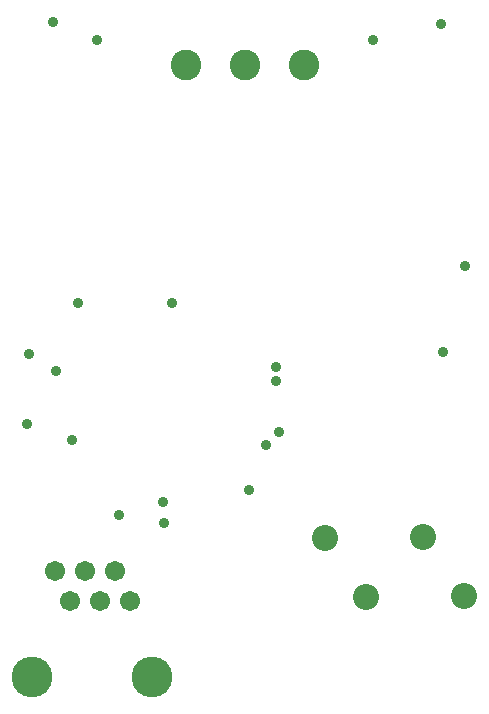
<source format=gbs>
%FSLAX44Y44*%
%MOMM*%
G71*
G01*
G75*
G04 Layer_Color=16711935*
%ADD10R,0.9000X0.8000*%
%ADD11R,0.8000X0.9000*%
%ADD12R,1.5000X0.8000*%
%ADD13R,0.8000X1.5000*%
%ADD14R,1.6800X1.5600*%
%ADD15R,0.7000X0.9500*%
%ADD16R,0.8000X0.8000*%
%ADD17R,0.8000X0.8000*%
%ADD18R,5.6000X5.6000*%
%ADD19R,2.0000X1.2000*%
%ADD20R,5.5000X2.0000*%
%ADD21R,0.8500X0.3000*%
%ADD22R,0.3000X0.8500*%
%ADD23R,1.1000X1.2500*%
%ADD24C,1.0000*%
%ADD25C,0.5080*%
%ADD26C,0.2540*%
%ADD27C,0.5000*%
%ADD28C,2.0000*%
%ADD29C,3.2500*%
%ADD30C,1.5000*%
%ADD31C,2.4000*%
%ADD32C,0.7000*%
%ADD33C,0.7100*%
%ADD34C,0.2000*%
%ADD35C,0.1000*%
%ADD36C,0.2500*%
%ADD37C,0.1800*%
%ADD38C,0.3000*%
%ADD39R,1.1032X1.0032*%
%ADD40R,1.0032X1.1032*%
%ADD41R,1.7032X1.0032*%
%ADD42R,1.0032X1.7032*%
%ADD43R,1.8832X1.7632*%
%ADD44R,0.9032X1.1532*%
%ADD45R,1.0032X1.0032*%
%ADD46R,1.0032X1.0032*%
%ADD47R,5.8032X5.8032*%
%ADD48R,2.2032X1.4032*%
%ADD49R,5.7032X2.2032*%
%ADD50R,1.0532X0.5032*%
%ADD51R,0.5032X1.0532*%
%ADD52R,1.3032X1.4532*%
%ADD53C,2.2032*%
%ADD54C,3.4532*%
%ADD55C,1.7032*%
%ADD56C,2.6032*%
%ADD57C,0.9032*%
%ADD58C,0.9132*%
D53*
X387500Y91000D02*
D03*
X352500Y141000D02*
D03*
X269750Y140250D02*
D03*
X304750Y90250D02*
D03*
D54*
X123190Y22810D02*
D03*
X21590D02*
D03*
D55*
X66090Y111810D02*
D03*
X78790Y86410D02*
D03*
X53390D02*
D03*
X40690Y111810D02*
D03*
X91490D02*
D03*
X104190Y86410D02*
D03*
D56*
X151930Y541020D02*
D03*
X201930D02*
D03*
X251930D02*
D03*
D57*
X140250Y339250D02*
D03*
X60250Y338750D02*
D03*
X228250Y272750D02*
D03*
Y285000D02*
D03*
X17500Y236500D02*
D03*
X41500Y281500D02*
D03*
X388000Y370750D02*
D03*
X369500Y297500D02*
D03*
X39250Y577250D02*
D03*
X76500Y561750D02*
D03*
X367750Y575500D02*
D03*
X310250Y562000D02*
D03*
X132500Y170250D02*
D03*
X55503Y223011D02*
D03*
X19000Y295750D02*
D03*
X205000Y180500D02*
D03*
X133500Y153000D02*
D03*
X230750Y229750D02*
D03*
X219750Y219000D02*
D03*
D58*
X95250Y159500D02*
D03*
M02*

</source>
